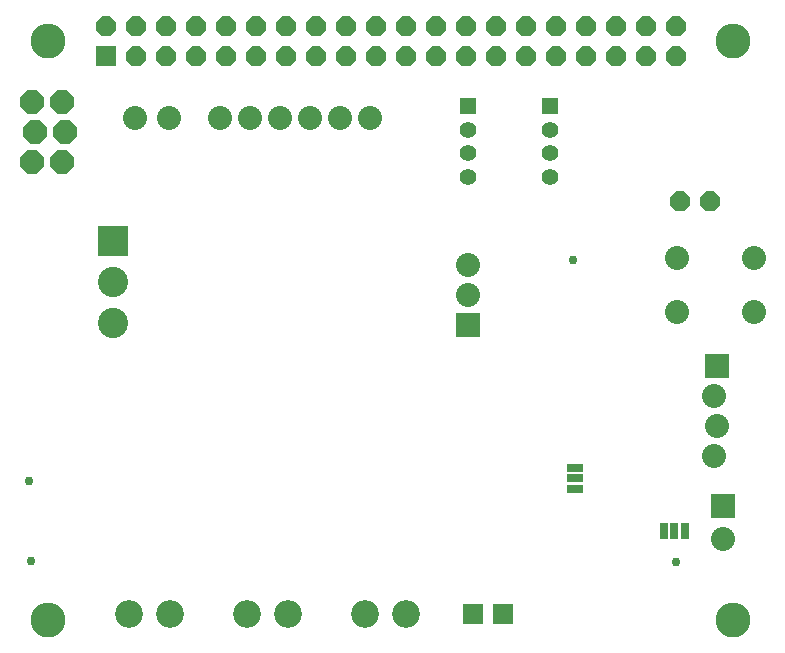
<source format=gbs>
G75*
%MOIN*%
%OFA0B0*%
%FSLAX25Y25*%
%IPPOS*%
%LPD*%
%AMOC8*
5,1,8,0,0,1.08239X$1,22.5*
%
%ADD10C,0.11624*%
%ADD11R,0.06600X0.06600*%
%ADD12OC8,0.06600*%
%ADD13C,0.09200*%
%ADD14R,0.08000X0.08000*%
%ADD15C,0.08000*%
%ADD16OC8,0.08000*%
%ADD17R,0.05600X0.05600*%
%ADD18C,0.05600*%
%ADD19C,0.03000*%
%ADD20R,0.03100X0.05600*%
%ADD21R,0.05600X0.03100*%
%ADD22R,0.10100X0.10100*%
%ADD23C,0.10100*%
D10*
X0015877Y0015280D03*
X0015877Y0208193D03*
X0244223Y0208193D03*
X0244223Y0015280D03*
D11*
X0167452Y0017248D03*
X0157452Y0017248D03*
X0035050Y0203193D03*
D12*
X0035050Y0213193D03*
X0045050Y0213193D03*
X0055050Y0213193D03*
X0065050Y0213193D03*
X0075050Y0213193D03*
X0085050Y0213193D03*
X0095050Y0213193D03*
X0105050Y0213193D03*
X0115050Y0213193D03*
X0125050Y0213193D03*
X0135050Y0213193D03*
X0145050Y0213193D03*
X0155050Y0213193D03*
X0165050Y0213193D03*
X0175050Y0213193D03*
X0185050Y0213193D03*
X0195050Y0213193D03*
X0205050Y0213193D03*
X0215050Y0213193D03*
X0225050Y0213193D03*
X0225050Y0203193D03*
X0215050Y0203193D03*
X0205050Y0203193D03*
X0195050Y0203193D03*
X0185050Y0203193D03*
X0175050Y0203193D03*
X0165050Y0203193D03*
X0155050Y0203193D03*
X0145050Y0203193D03*
X0135050Y0203193D03*
X0125050Y0203193D03*
X0115050Y0203193D03*
X0105050Y0203193D03*
X0095050Y0203193D03*
X0085050Y0203193D03*
X0075050Y0203193D03*
X0065050Y0203193D03*
X0055050Y0203193D03*
X0045050Y0203193D03*
X0226448Y0154965D03*
X0236448Y0154965D03*
D13*
X0135168Y0017248D03*
X0121389Y0017248D03*
X0095798Y0017248D03*
X0082019Y0017248D03*
X0056428Y0017248D03*
X0042648Y0017248D03*
D14*
X0155641Y0113547D03*
X0238818Y0099925D03*
X0240778Y0053181D03*
D15*
X0240778Y0042181D03*
X0237818Y0069925D03*
X0238818Y0079925D03*
X0237818Y0089925D03*
X0225518Y0118092D03*
X0225518Y0135892D03*
X0251118Y0135892D03*
X0251118Y0118092D03*
X0155641Y0123547D03*
X0155641Y0133547D03*
X0122963Y0182602D03*
X0112963Y0182602D03*
X0102963Y0182602D03*
X0092963Y0182602D03*
X0082963Y0182602D03*
X0072963Y0182602D03*
X0056104Y0182602D03*
X0044704Y0182602D03*
D16*
X0021306Y0177839D03*
X0011306Y0177839D03*
X0010306Y0167839D03*
X0020306Y0167839D03*
X0020306Y0187839D03*
X0010306Y0187839D03*
D17*
X0155641Y0186539D03*
X0183200Y0186539D03*
D18*
X0183200Y0178665D03*
X0183200Y0170791D03*
X0183200Y0162917D03*
X0155641Y0162917D03*
X0155641Y0170791D03*
X0155641Y0178665D03*
D19*
X0190581Y0135358D03*
X0225030Y0034472D03*
X0009971Y0034965D03*
X0009479Y0061539D03*
D20*
X0221038Y0044807D03*
X0224538Y0044807D03*
X0228038Y0044807D03*
D21*
X0191566Y0059024D03*
X0191566Y0062524D03*
X0191566Y0066024D03*
D22*
X0037530Y0141756D03*
D23*
X0037530Y0127976D03*
X0037530Y0114197D03*
M02*

</source>
